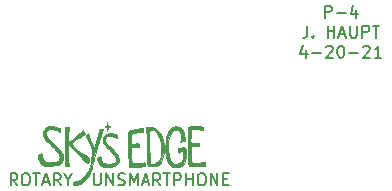
<source format=gbr>
G04 #@! TF.GenerationSoftware,KiCad,Pcbnew,5.1.6+dfsg1-1~bpo10+1*
G04 #@! TF.CreationDate,2021-04-20T21:14:46-04:00*
G04 #@! TF.ProjectId,RUSP_Faceplate,52555350-5f46-4616-9365-706c6174652e,rev?*
G04 #@! TF.SameCoordinates,Original*
G04 #@! TF.FileFunction,Legend,Top*
G04 #@! TF.FilePolarity,Positive*
%FSLAX46Y46*%
G04 Gerber Fmt 4.6, Leading zero omitted, Abs format (unit mm)*
G04 Created by KiCad (PCBNEW 5.1.6+dfsg1-1~bpo10+1) date 2021-04-20 21:14:46*
%MOMM*%
%LPD*%
G01*
G04 APERTURE LIST*
%ADD10C,0.200000*%
%ADD11C,0.010000*%
G04 APERTURE END LIST*
D10*
X133899142Y-105132380D02*
X133565809Y-104656190D01*
X133327714Y-105132380D02*
X133327714Y-104132380D01*
X133708666Y-104132380D01*
X133803904Y-104180000D01*
X133851523Y-104227619D01*
X133899142Y-104322857D01*
X133899142Y-104465714D01*
X133851523Y-104560952D01*
X133803904Y-104608571D01*
X133708666Y-104656190D01*
X133327714Y-104656190D01*
X134518190Y-104132380D02*
X134708666Y-104132380D01*
X134803904Y-104180000D01*
X134899142Y-104275238D01*
X134946761Y-104465714D01*
X134946761Y-104799047D01*
X134899142Y-104989523D01*
X134803904Y-105084761D01*
X134708666Y-105132380D01*
X134518190Y-105132380D01*
X134422952Y-105084761D01*
X134327714Y-104989523D01*
X134280095Y-104799047D01*
X134280095Y-104465714D01*
X134327714Y-104275238D01*
X134422952Y-104180000D01*
X134518190Y-104132380D01*
X135232476Y-104132380D02*
X135803904Y-104132380D01*
X135518190Y-105132380D02*
X135518190Y-104132380D01*
X136089619Y-104846666D02*
X136565809Y-104846666D01*
X135994380Y-105132380D02*
X136327714Y-104132380D01*
X136661047Y-105132380D01*
X137565809Y-105132380D02*
X137232476Y-104656190D01*
X136994380Y-105132380D02*
X136994380Y-104132380D01*
X137375333Y-104132380D01*
X137470571Y-104180000D01*
X137518190Y-104227619D01*
X137565809Y-104322857D01*
X137565809Y-104465714D01*
X137518190Y-104560952D01*
X137470571Y-104608571D01*
X137375333Y-104656190D01*
X136994380Y-104656190D01*
X138184857Y-104656190D02*
X138184857Y-105132380D01*
X137851523Y-104132380D02*
X138184857Y-104656190D01*
X138518190Y-104132380D01*
X140375333Y-104132380D02*
X140375333Y-104941904D01*
X140422952Y-105037142D01*
X140470571Y-105084761D01*
X140565809Y-105132380D01*
X140756285Y-105132380D01*
X140851523Y-105084761D01*
X140899142Y-105037142D01*
X140946761Y-104941904D01*
X140946761Y-104132380D01*
X141422952Y-105132380D02*
X141422952Y-104132380D01*
X141994380Y-105132380D01*
X141994380Y-104132380D01*
X142422952Y-105084761D02*
X142565809Y-105132380D01*
X142803904Y-105132380D01*
X142899142Y-105084761D01*
X142946761Y-105037142D01*
X142994380Y-104941904D01*
X142994380Y-104846666D01*
X142946761Y-104751428D01*
X142899142Y-104703809D01*
X142803904Y-104656190D01*
X142613428Y-104608571D01*
X142518190Y-104560952D01*
X142470571Y-104513333D01*
X142422952Y-104418095D01*
X142422952Y-104322857D01*
X142470571Y-104227619D01*
X142518190Y-104180000D01*
X142613428Y-104132380D01*
X142851523Y-104132380D01*
X142994380Y-104180000D01*
X143422952Y-105132380D02*
X143422952Y-104132380D01*
X143756285Y-104846666D01*
X144089619Y-104132380D01*
X144089619Y-105132380D01*
X144518190Y-104846666D02*
X144994380Y-104846666D01*
X144422952Y-105132380D02*
X144756285Y-104132380D01*
X145089619Y-105132380D01*
X145994380Y-105132380D02*
X145661047Y-104656190D01*
X145422952Y-105132380D02*
X145422952Y-104132380D01*
X145803904Y-104132380D01*
X145899142Y-104180000D01*
X145946761Y-104227619D01*
X145994380Y-104322857D01*
X145994380Y-104465714D01*
X145946761Y-104560952D01*
X145899142Y-104608571D01*
X145803904Y-104656190D01*
X145422952Y-104656190D01*
X146280095Y-104132380D02*
X146851523Y-104132380D01*
X146565809Y-105132380D02*
X146565809Y-104132380D01*
X147184857Y-105132380D02*
X147184857Y-104132380D01*
X147565809Y-104132380D01*
X147661047Y-104180000D01*
X147708666Y-104227619D01*
X147756285Y-104322857D01*
X147756285Y-104465714D01*
X147708666Y-104560952D01*
X147661047Y-104608571D01*
X147565809Y-104656190D01*
X147184857Y-104656190D01*
X148184857Y-105132380D02*
X148184857Y-104132380D01*
X148184857Y-104608571D02*
X148756285Y-104608571D01*
X148756285Y-105132380D02*
X148756285Y-104132380D01*
X149422952Y-104132380D02*
X149613428Y-104132380D01*
X149708666Y-104180000D01*
X149803904Y-104275238D01*
X149851523Y-104465714D01*
X149851523Y-104799047D01*
X149803904Y-104989523D01*
X149708666Y-105084761D01*
X149613428Y-105132380D01*
X149422952Y-105132380D01*
X149327714Y-105084761D01*
X149232476Y-104989523D01*
X149184857Y-104799047D01*
X149184857Y-104465714D01*
X149232476Y-104275238D01*
X149327714Y-104180000D01*
X149422952Y-104132380D01*
X150280095Y-105132380D02*
X150280095Y-104132380D01*
X150851523Y-105132380D01*
X150851523Y-104132380D01*
X151327714Y-104608571D02*
X151661047Y-104608571D01*
X151803904Y-105132380D02*
X151327714Y-105132380D01*
X151327714Y-104132380D01*
X151803904Y-104132380D01*
X159934857Y-90932380D02*
X159934857Y-89932380D01*
X160315809Y-89932380D01*
X160411047Y-89980000D01*
X160458666Y-90027619D01*
X160506285Y-90122857D01*
X160506285Y-90265714D01*
X160458666Y-90360952D01*
X160411047Y-90408571D01*
X160315809Y-90456190D01*
X159934857Y-90456190D01*
X160934857Y-90551428D02*
X161696761Y-90551428D01*
X162601523Y-90265714D02*
X162601523Y-90932380D01*
X162363428Y-89884761D02*
X162125333Y-90599047D01*
X162744380Y-90599047D01*
X158458666Y-91632380D02*
X158458666Y-92346666D01*
X158411047Y-92489523D01*
X158315809Y-92584761D01*
X158172952Y-92632380D01*
X158077714Y-92632380D01*
X158934857Y-92537142D02*
X158982476Y-92584761D01*
X158934857Y-92632380D01*
X158887238Y-92584761D01*
X158934857Y-92537142D01*
X158934857Y-92632380D01*
X160172952Y-92632380D02*
X160172952Y-91632380D01*
X160172952Y-92108571D02*
X160744380Y-92108571D01*
X160744380Y-92632380D02*
X160744380Y-91632380D01*
X161172952Y-92346666D02*
X161649142Y-92346666D01*
X161077714Y-92632380D02*
X161411047Y-91632380D01*
X161744380Y-92632380D01*
X162077714Y-91632380D02*
X162077714Y-92441904D01*
X162125333Y-92537142D01*
X162172952Y-92584761D01*
X162268190Y-92632380D01*
X162458666Y-92632380D01*
X162553904Y-92584761D01*
X162601523Y-92537142D01*
X162649142Y-92441904D01*
X162649142Y-91632380D01*
X163125333Y-92632380D02*
X163125333Y-91632380D01*
X163506285Y-91632380D01*
X163601523Y-91680000D01*
X163649142Y-91727619D01*
X163696761Y-91822857D01*
X163696761Y-91965714D01*
X163649142Y-92060952D01*
X163601523Y-92108571D01*
X163506285Y-92156190D01*
X163125333Y-92156190D01*
X163982476Y-91632380D02*
X164553904Y-91632380D01*
X164268190Y-92632380D02*
X164268190Y-91632380D01*
X158339619Y-93665714D02*
X158339619Y-94332380D01*
X158101523Y-93284761D02*
X157863428Y-93999047D01*
X158482476Y-93999047D01*
X158863428Y-93951428D02*
X159625333Y-93951428D01*
X160053904Y-93427619D02*
X160101523Y-93380000D01*
X160196761Y-93332380D01*
X160434857Y-93332380D01*
X160530095Y-93380000D01*
X160577714Y-93427619D01*
X160625333Y-93522857D01*
X160625333Y-93618095D01*
X160577714Y-93760952D01*
X160006285Y-94332380D01*
X160625333Y-94332380D01*
X161244380Y-93332380D02*
X161339619Y-93332380D01*
X161434857Y-93380000D01*
X161482476Y-93427619D01*
X161530095Y-93522857D01*
X161577714Y-93713333D01*
X161577714Y-93951428D01*
X161530095Y-94141904D01*
X161482476Y-94237142D01*
X161434857Y-94284761D01*
X161339619Y-94332380D01*
X161244380Y-94332380D01*
X161149142Y-94284761D01*
X161101523Y-94237142D01*
X161053904Y-94141904D01*
X161006285Y-93951428D01*
X161006285Y-93713333D01*
X161053904Y-93522857D01*
X161101523Y-93427619D01*
X161149142Y-93380000D01*
X161244380Y-93332380D01*
X162006285Y-93951428D02*
X162768190Y-93951428D01*
X163196761Y-93427619D02*
X163244380Y-93380000D01*
X163339619Y-93332380D01*
X163577714Y-93332380D01*
X163672952Y-93380000D01*
X163720571Y-93427619D01*
X163768190Y-93522857D01*
X163768190Y-93618095D01*
X163720571Y-93760952D01*
X163149142Y-94332380D01*
X163768190Y-94332380D01*
X164720571Y-94332380D02*
X164149142Y-94332380D01*
X164434857Y-94332380D02*
X164434857Y-93332380D01*
X164339619Y-93475238D01*
X164244380Y-93570476D01*
X164149142Y-93618095D01*
D11*
G04 #@! TO.C,G\u002A\u002A\u002A*
G36*
X141527052Y-99924995D02*
G01*
X141547165Y-100033484D01*
X141576885Y-100097338D01*
X141623990Y-100127110D01*
X141680750Y-100133490D01*
X141733108Y-100142938D01*
X141739211Y-100163341D01*
X141703753Y-100184365D01*
X141653141Y-100194284D01*
X141602534Y-100202018D01*
X141573873Y-100222040D01*
X141558343Y-100268242D01*
X141547128Y-100354516D01*
X141546241Y-100362752D01*
X141532941Y-100458123D01*
X141518475Y-100520236D01*
X141505503Y-100543424D01*
X141496682Y-100522020D01*
X141494391Y-100473270D01*
X141486487Y-100341915D01*
X141460748Y-100256468D01*
X141414138Y-100209641D01*
X141379643Y-100197931D01*
X141314360Y-100177661D01*
X141285404Y-100154888D01*
X141298543Y-100137758D01*
X141334012Y-100133490D01*
X141398350Y-100125245D01*
X141439519Y-100094217D01*
X141465463Y-100029400D01*
X141483199Y-99926848D01*
X141505220Y-99761196D01*
X141527052Y-99924995D01*
G37*
X141527052Y-99924995D02*
X141547165Y-100033484D01*
X141576885Y-100097338D01*
X141623990Y-100127110D01*
X141680750Y-100133490D01*
X141733108Y-100142938D01*
X141739211Y-100163341D01*
X141703753Y-100184365D01*
X141653141Y-100194284D01*
X141602534Y-100202018D01*
X141573873Y-100222040D01*
X141558343Y-100268242D01*
X141547128Y-100354516D01*
X141546241Y-100362752D01*
X141532941Y-100458123D01*
X141518475Y-100520236D01*
X141505503Y-100543424D01*
X141496682Y-100522020D01*
X141494391Y-100473270D01*
X141486487Y-100341915D01*
X141460748Y-100256468D01*
X141414138Y-100209641D01*
X141379643Y-100197931D01*
X141314360Y-100177661D01*
X141285404Y-100154888D01*
X141298543Y-100137758D01*
X141334012Y-100133490D01*
X141398350Y-100125245D01*
X141439519Y-100094217D01*
X141465463Y-100029400D01*
X141483199Y-99926848D01*
X141505220Y-99761196D01*
X141527052Y-99924995D01*
G36*
X136865295Y-100114675D02*
G01*
X136971766Y-100136966D01*
X137096563Y-100168949D01*
X137225138Y-100206392D01*
X137342948Y-100245067D01*
X137435445Y-100280744D01*
X137487365Y-100308599D01*
X137510438Y-100350900D01*
X137513210Y-100430280D01*
X137508929Y-100474946D01*
X137497236Y-100555916D01*
X137485348Y-100611030D01*
X137479996Y-100623598D01*
X137452261Y-100616788D01*
X137398181Y-100584301D01*
X137375606Y-100568122D01*
X137242832Y-100490447D01*
X137085504Y-100431639D01*
X136918355Y-100394209D01*
X136756116Y-100380669D01*
X136613519Y-100393530D01*
X136525892Y-100423253D01*
X136415175Y-100508813D01*
X136342777Y-100624126D01*
X136313580Y-100756096D01*
X136332467Y-100891630D01*
X136341882Y-100916672D01*
X136402453Y-101019304D01*
X136508906Y-101148436D01*
X136659662Y-101302346D01*
X136853146Y-101479308D01*
X136869934Y-101493984D01*
X137100657Y-101699605D01*
X137289533Y-101879205D01*
X137440235Y-102038022D01*
X137556432Y-102181298D01*
X137641795Y-102314270D01*
X137699995Y-102442177D01*
X137734703Y-102570260D01*
X137749589Y-102703757D01*
X137750787Y-102751247D01*
X137736177Y-102943808D01*
X137687754Y-103103736D01*
X137602736Y-103233049D01*
X137478337Y-103333761D01*
X137311774Y-103407890D01*
X137100263Y-103457451D01*
X136841021Y-103484460D01*
X136731891Y-103489158D01*
X136587171Y-103491548D01*
X136453944Y-103490379D01*
X136346462Y-103485993D01*
X136278975Y-103478735D01*
X136276347Y-103478180D01*
X136087297Y-103408945D01*
X135924315Y-103293998D01*
X135791590Y-103138323D01*
X135693308Y-102946907D01*
X135633658Y-102724733D01*
X135631386Y-102710452D01*
X135613735Y-102595142D01*
X135762043Y-102510288D01*
X135845176Y-102465436D01*
X135911244Y-102434681D01*
X135941502Y-102425435D01*
X135960941Y-102451327D01*
X135971544Y-102522998D01*
X135972921Y-102570381D01*
X135997855Y-102755418D01*
X136068936Y-102914770D01*
X136181677Y-103042713D01*
X136331592Y-103133522D01*
X136442000Y-103168839D01*
X136620503Y-103193439D01*
X136815721Y-103193703D01*
X137010315Y-103171603D01*
X137186941Y-103129112D01*
X137328258Y-103068205D01*
X137328696Y-103067947D01*
X137419679Y-102984152D01*
X137471732Y-102868385D01*
X137483478Y-102729156D01*
X137453537Y-102574976D01*
X137421779Y-102493348D01*
X137384032Y-102435867D01*
X137309037Y-102344840D01*
X137200226Y-102224059D01*
X137061032Y-102077316D01*
X136894886Y-101908401D01*
X136867459Y-101880995D01*
X136661851Y-101673307D01*
X136494152Y-101497047D01*
X136360823Y-101347159D01*
X136258326Y-101218588D01*
X136183122Y-101106277D01*
X136131673Y-101005170D01*
X136100440Y-100910213D01*
X136085885Y-100816348D01*
X136083693Y-100761124D01*
X136099999Y-100610806D01*
X136154824Y-100478050D01*
X136254773Y-100348219D01*
X136283215Y-100318854D01*
X136438542Y-100200789D01*
X136618108Y-100128345D01*
X136791696Y-100106305D01*
X136865295Y-100114675D01*
G37*
X136865295Y-100114675D02*
X136971766Y-100136966D01*
X137096563Y-100168949D01*
X137225138Y-100206392D01*
X137342948Y-100245067D01*
X137435445Y-100280744D01*
X137487365Y-100308599D01*
X137510438Y-100350900D01*
X137513210Y-100430280D01*
X137508929Y-100474946D01*
X137497236Y-100555916D01*
X137485348Y-100611030D01*
X137479996Y-100623598D01*
X137452261Y-100616788D01*
X137398181Y-100584301D01*
X137375606Y-100568122D01*
X137242832Y-100490447D01*
X137085504Y-100431639D01*
X136918355Y-100394209D01*
X136756116Y-100380669D01*
X136613519Y-100393530D01*
X136525892Y-100423253D01*
X136415175Y-100508813D01*
X136342777Y-100624126D01*
X136313580Y-100756096D01*
X136332467Y-100891630D01*
X136341882Y-100916672D01*
X136402453Y-101019304D01*
X136508906Y-101148436D01*
X136659662Y-101302346D01*
X136853146Y-101479308D01*
X136869934Y-101493984D01*
X137100657Y-101699605D01*
X137289533Y-101879205D01*
X137440235Y-102038022D01*
X137556432Y-102181298D01*
X137641795Y-102314270D01*
X137699995Y-102442177D01*
X137734703Y-102570260D01*
X137749589Y-102703757D01*
X137750787Y-102751247D01*
X137736177Y-102943808D01*
X137687754Y-103103736D01*
X137602736Y-103233049D01*
X137478337Y-103333761D01*
X137311774Y-103407890D01*
X137100263Y-103457451D01*
X136841021Y-103484460D01*
X136731891Y-103489158D01*
X136587171Y-103491548D01*
X136453944Y-103490379D01*
X136346462Y-103485993D01*
X136278975Y-103478735D01*
X136276347Y-103478180D01*
X136087297Y-103408945D01*
X135924315Y-103293998D01*
X135791590Y-103138323D01*
X135693308Y-102946907D01*
X135633658Y-102724733D01*
X135631386Y-102710452D01*
X135613735Y-102595142D01*
X135762043Y-102510288D01*
X135845176Y-102465436D01*
X135911244Y-102434681D01*
X135941502Y-102425435D01*
X135960941Y-102451327D01*
X135971544Y-102522998D01*
X135972921Y-102570381D01*
X135997855Y-102755418D01*
X136068936Y-102914770D01*
X136181677Y-103042713D01*
X136331592Y-103133522D01*
X136442000Y-103168839D01*
X136620503Y-103193439D01*
X136815721Y-103193703D01*
X137010315Y-103171603D01*
X137186941Y-103129112D01*
X137328258Y-103068205D01*
X137328696Y-103067947D01*
X137419679Y-102984152D01*
X137471732Y-102868385D01*
X137483478Y-102729156D01*
X137453537Y-102574976D01*
X137421779Y-102493348D01*
X137384032Y-102435867D01*
X137309037Y-102344840D01*
X137200226Y-102224059D01*
X137061032Y-102077316D01*
X136894886Y-101908401D01*
X136867459Y-101880995D01*
X136661851Y-101673307D01*
X136494152Y-101497047D01*
X136360823Y-101347159D01*
X136258326Y-101218588D01*
X136183122Y-101106277D01*
X136131673Y-101005170D01*
X136100440Y-100910213D01*
X136085885Y-100816348D01*
X136083693Y-100761124D01*
X136099999Y-100610806D01*
X136154824Y-100478050D01*
X136254773Y-100348219D01*
X136283215Y-100318854D01*
X136438542Y-100200789D01*
X136618108Y-100128345D01*
X136791696Y-100106305D01*
X136865295Y-100114675D01*
G36*
X149204350Y-100150538D02*
G01*
X149287885Y-100153797D01*
X149606306Y-100169479D01*
X149615902Y-100270098D01*
X149620422Y-100377414D01*
X149604070Y-100440217D01*
X149559516Y-100463353D01*
X149479425Y-100451667D01*
X149387047Y-100421306D01*
X149301263Y-100399880D01*
X149186347Y-100384203D01*
X149056335Y-100374622D01*
X148925263Y-100371485D01*
X148807168Y-100375136D01*
X148716086Y-100385923D01*
X148666830Y-100403526D01*
X148640297Y-100452064D01*
X148615836Y-100546661D01*
X148594624Y-100678165D01*
X148577837Y-100837426D01*
X148566651Y-101015292D01*
X148562242Y-101202612D01*
X148562217Y-101217452D01*
X148562299Y-101352889D01*
X148567227Y-101453305D01*
X148584028Y-101522917D01*
X148619726Y-101565943D01*
X148681346Y-101586599D01*
X148775914Y-101589103D01*
X148910455Y-101577672D01*
X149091994Y-101556523D01*
X149121293Y-101553058D01*
X149280043Y-101534354D01*
X149280043Y-101659014D01*
X149272231Y-101743348D01*
X149252330Y-101803069D01*
X149243336Y-101814138D01*
X149198489Y-101828066D01*
X149108094Y-101837953D01*
X148981728Y-101842961D01*
X148909179Y-101843378D01*
X148786200Y-101844474D01*
X148684472Y-101848391D01*
X148616175Y-101854473D01*
X148593875Y-101860365D01*
X148586065Y-101895916D01*
X148581488Y-101976402D01*
X148579917Y-102091648D01*
X148581124Y-102231481D01*
X148584883Y-102385726D01*
X148590965Y-102544210D01*
X148599144Y-102696757D01*
X148609193Y-102833195D01*
X148617455Y-102915726D01*
X148638324Y-103063480D01*
X148661162Y-103160989D01*
X148687216Y-103213219D01*
X148693579Y-103219185D01*
X148748091Y-103237807D01*
X148845499Y-103248810D01*
X148974004Y-103252151D01*
X149121807Y-103247790D01*
X149277109Y-103235684D01*
X149390478Y-103221635D01*
X149504050Y-103206155D01*
X149606931Y-103194147D01*
X149677789Y-103188089D01*
X149680369Y-103187977D01*
X149763195Y-103184674D01*
X149763195Y-103515978D01*
X149095614Y-103523367D01*
X148907722Y-103524464D01*
X148739414Y-103523563D01*
X148598305Y-103520857D01*
X148492011Y-103516535D01*
X148428146Y-103510791D01*
X148412848Y-103506185D01*
X148406918Y-103470272D01*
X148400794Y-103385544D01*
X148394599Y-103258402D01*
X148388454Y-103095247D01*
X148382484Y-102902480D01*
X148376810Y-102686503D01*
X148371555Y-102453717D01*
X148366843Y-102210523D01*
X148362794Y-101963322D01*
X148359533Y-101718515D01*
X148357182Y-101482504D01*
X148355864Y-101261690D01*
X148355701Y-101062473D01*
X148356815Y-100891256D01*
X148359331Y-100754440D01*
X148359804Y-100738313D01*
X148377493Y-100169344D01*
X148673478Y-100153729D01*
X148834826Y-100148496D01*
X149021645Y-100147433D01*
X149204350Y-100150538D01*
G37*
X149204350Y-100150538D02*
X149287885Y-100153797D01*
X149606306Y-100169479D01*
X149615902Y-100270098D01*
X149620422Y-100377414D01*
X149604070Y-100440217D01*
X149559516Y-100463353D01*
X149479425Y-100451667D01*
X149387047Y-100421306D01*
X149301263Y-100399880D01*
X149186347Y-100384203D01*
X149056335Y-100374622D01*
X148925263Y-100371485D01*
X148807168Y-100375136D01*
X148716086Y-100385923D01*
X148666830Y-100403526D01*
X148640297Y-100452064D01*
X148615836Y-100546661D01*
X148594624Y-100678165D01*
X148577837Y-100837426D01*
X148566651Y-101015292D01*
X148562242Y-101202612D01*
X148562217Y-101217452D01*
X148562299Y-101352889D01*
X148567227Y-101453305D01*
X148584028Y-101522917D01*
X148619726Y-101565943D01*
X148681346Y-101586599D01*
X148775914Y-101589103D01*
X148910455Y-101577672D01*
X149091994Y-101556523D01*
X149121293Y-101553058D01*
X149280043Y-101534354D01*
X149280043Y-101659014D01*
X149272231Y-101743348D01*
X149252330Y-101803069D01*
X149243336Y-101814138D01*
X149198489Y-101828066D01*
X149108094Y-101837953D01*
X148981728Y-101842961D01*
X148909179Y-101843378D01*
X148786200Y-101844474D01*
X148684472Y-101848391D01*
X148616175Y-101854473D01*
X148593875Y-101860365D01*
X148586065Y-101895916D01*
X148581488Y-101976402D01*
X148579917Y-102091648D01*
X148581124Y-102231481D01*
X148584883Y-102385726D01*
X148590965Y-102544210D01*
X148599144Y-102696757D01*
X148609193Y-102833195D01*
X148617455Y-102915726D01*
X148638324Y-103063480D01*
X148661162Y-103160989D01*
X148687216Y-103213219D01*
X148693579Y-103219185D01*
X148748091Y-103237807D01*
X148845499Y-103248810D01*
X148974004Y-103252151D01*
X149121807Y-103247790D01*
X149277109Y-103235684D01*
X149390478Y-103221635D01*
X149504050Y-103206155D01*
X149606931Y-103194147D01*
X149677789Y-103188089D01*
X149680369Y-103187977D01*
X149763195Y-103184674D01*
X149763195Y-103515978D01*
X149095614Y-103523367D01*
X148907722Y-103524464D01*
X148739414Y-103523563D01*
X148598305Y-103520857D01*
X148492011Y-103516535D01*
X148428146Y-103510791D01*
X148412848Y-103506185D01*
X148406918Y-103470272D01*
X148400794Y-103385544D01*
X148394599Y-103258402D01*
X148388454Y-103095247D01*
X148382484Y-102902480D01*
X148376810Y-102686503D01*
X148371555Y-102453717D01*
X148366843Y-102210523D01*
X148362794Y-101963322D01*
X148359533Y-101718515D01*
X148357182Y-101482504D01*
X148355864Y-101261690D01*
X148355701Y-101062473D01*
X148356815Y-100891256D01*
X148359331Y-100754440D01*
X148359804Y-100738313D01*
X148377493Y-100169344D01*
X148673478Y-100153729D01*
X148834826Y-100148496D01*
X149021645Y-100147433D01*
X149204350Y-100150538D01*
G36*
X145131837Y-100221476D02*
G01*
X145278590Y-100229021D01*
X145386728Y-100241135D01*
X145472832Y-100260850D01*
X145553481Y-100291195D01*
X145580478Y-100303474D01*
X145770764Y-100422854D01*
X145932546Y-100588780D01*
X146065418Y-100800263D01*
X146168973Y-101056313D01*
X146242804Y-101355943D01*
X146286506Y-101698163D01*
X146299752Y-102052718D01*
X146287573Y-102397335D01*
X146250682Y-102693515D01*
X146188570Y-102942451D01*
X146100729Y-103145338D01*
X145986650Y-103303369D01*
X145845824Y-103417737D01*
X145688524Y-103486522D01*
X145599639Y-103505415D01*
X145485005Y-103519250D01*
X145356714Y-103527886D01*
X145226853Y-103531183D01*
X145107515Y-103529002D01*
X145010789Y-103521203D01*
X144948764Y-103507645D01*
X144932642Y-103495272D01*
X144930215Y-103463408D01*
X144926444Y-103382363D01*
X144921517Y-103258148D01*
X144915618Y-103096778D01*
X144908932Y-102904268D01*
X144901646Y-102686630D01*
X144893944Y-102449878D01*
X144886012Y-102200026D01*
X144878036Y-101943089D01*
X144870200Y-101685079D01*
X144862691Y-101432011D01*
X144855693Y-101189898D01*
X144854436Y-101144971D01*
X145084208Y-101144971D01*
X145084235Y-101385302D01*
X145084327Y-101508417D01*
X145086034Y-101887588D01*
X145090460Y-102225313D01*
X145097510Y-102519610D01*
X145107091Y-102768501D01*
X145119109Y-102970005D01*
X145133471Y-103122142D01*
X145150083Y-103222933D01*
X145167573Y-103268977D01*
X145215204Y-103298291D01*
X145285740Y-103316703D01*
X145355637Y-103325733D01*
X145400925Y-103332066D01*
X145401021Y-103332082D01*
X145438467Y-103323124D01*
X145509498Y-103295413D01*
X145594282Y-103257030D01*
X145759127Y-103159006D01*
X145886302Y-103036405D01*
X145988667Y-102875987D01*
X146013124Y-102825761D01*
X146042939Y-102757774D01*
X146064260Y-102695553D01*
X146078839Y-102627290D01*
X146088429Y-102541176D01*
X146094782Y-102425403D01*
X146099651Y-102268164D01*
X146100430Y-102237549D01*
X146096230Y-101900001D01*
X146067126Y-101588722D01*
X146014625Y-101307242D01*
X145940233Y-101059094D01*
X145845455Y-100847807D01*
X145731798Y-100676914D01*
X145600767Y-100549944D01*
X145453869Y-100470429D01*
X145335526Y-100444187D01*
X145242493Y-100442879D01*
X145164558Y-100454715D01*
X145142764Y-100463063D01*
X145127392Y-100472303D01*
X145114943Y-100485511D01*
X145105116Y-100508116D01*
X145097607Y-100545544D01*
X145092112Y-100603222D01*
X145088328Y-100686576D01*
X145085952Y-100801035D01*
X145084680Y-100952024D01*
X145084208Y-101144971D01*
X144854436Y-101144971D01*
X144849393Y-100964754D01*
X144843975Y-100762592D01*
X144839625Y-100589428D01*
X144836529Y-100451274D01*
X144834872Y-100354144D01*
X144834648Y-100317218D01*
X144835043Y-100210631D01*
X145131837Y-100221476D01*
G37*
X145131837Y-100221476D02*
X145278590Y-100229021D01*
X145386728Y-100241135D01*
X145472832Y-100260850D01*
X145553481Y-100291195D01*
X145580478Y-100303474D01*
X145770764Y-100422854D01*
X145932546Y-100588780D01*
X146065418Y-100800263D01*
X146168973Y-101056313D01*
X146242804Y-101355943D01*
X146286506Y-101698163D01*
X146299752Y-102052718D01*
X146287573Y-102397335D01*
X146250682Y-102693515D01*
X146188570Y-102942451D01*
X146100729Y-103145338D01*
X145986650Y-103303369D01*
X145845824Y-103417737D01*
X145688524Y-103486522D01*
X145599639Y-103505415D01*
X145485005Y-103519250D01*
X145356714Y-103527886D01*
X145226853Y-103531183D01*
X145107515Y-103529002D01*
X145010789Y-103521203D01*
X144948764Y-103507645D01*
X144932642Y-103495272D01*
X144930215Y-103463408D01*
X144926444Y-103382363D01*
X144921517Y-103258148D01*
X144915618Y-103096778D01*
X144908932Y-102904268D01*
X144901646Y-102686630D01*
X144893944Y-102449878D01*
X144886012Y-102200026D01*
X144878036Y-101943089D01*
X144870200Y-101685079D01*
X144862691Y-101432011D01*
X144855693Y-101189898D01*
X144854436Y-101144971D01*
X145084208Y-101144971D01*
X145084235Y-101385302D01*
X145084327Y-101508417D01*
X145086034Y-101887588D01*
X145090460Y-102225313D01*
X145097510Y-102519610D01*
X145107091Y-102768501D01*
X145119109Y-102970005D01*
X145133471Y-103122142D01*
X145150083Y-103222933D01*
X145167573Y-103268977D01*
X145215204Y-103298291D01*
X145285740Y-103316703D01*
X145355637Y-103325733D01*
X145400925Y-103332066D01*
X145401021Y-103332082D01*
X145438467Y-103323124D01*
X145509498Y-103295413D01*
X145594282Y-103257030D01*
X145759127Y-103159006D01*
X145886302Y-103036405D01*
X145988667Y-102875987D01*
X146013124Y-102825761D01*
X146042939Y-102757774D01*
X146064260Y-102695553D01*
X146078839Y-102627290D01*
X146088429Y-102541176D01*
X146094782Y-102425403D01*
X146099651Y-102268164D01*
X146100430Y-102237549D01*
X146096230Y-101900001D01*
X146067126Y-101588722D01*
X146014625Y-101307242D01*
X145940233Y-101059094D01*
X145845455Y-100847807D01*
X145731798Y-100676914D01*
X145600767Y-100549944D01*
X145453869Y-100470429D01*
X145335526Y-100444187D01*
X145242493Y-100442879D01*
X145164558Y-100454715D01*
X145142764Y-100463063D01*
X145127392Y-100472303D01*
X145114943Y-100485511D01*
X145105116Y-100508116D01*
X145097607Y-100545544D01*
X145092112Y-100603222D01*
X145088328Y-100686576D01*
X145085952Y-100801035D01*
X145084680Y-100952024D01*
X145084208Y-101144971D01*
X144854436Y-101144971D01*
X144849393Y-100964754D01*
X144843975Y-100762592D01*
X144839625Y-100589428D01*
X144836529Y-100451274D01*
X144834872Y-100354144D01*
X144834648Y-100317218D01*
X144835043Y-100210631D01*
X145131837Y-100221476D01*
G36*
X138280086Y-100236128D02*
G01*
X138239649Y-100441856D01*
X138206412Y-100647336D01*
X138181158Y-100843824D01*
X138164669Y-101022573D01*
X138157730Y-101174839D01*
X138161123Y-101291876D01*
X138175632Y-101364938D01*
X138178475Y-101370938D01*
X138211197Y-101413551D01*
X138254601Y-101431661D01*
X138313396Y-101422947D01*
X138392290Y-101385090D01*
X138495990Y-101315772D01*
X138629204Y-101212672D01*
X138796641Y-101073473D01*
X138816347Y-101056711D01*
X138937197Y-100950732D01*
X139065698Y-100833153D01*
X139181772Y-100722530D01*
X139229680Y-100674803D01*
X139310280Y-100595091D01*
X139377394Y-100533123D01*
X139421199Y-100497761D01*
X139431363Y-100492826D01*
X139453659Y-100516075D01*
X139488769Y-100576629D01*
X139523877Y-100649958D01*
X139593368Y-100807089D01*
X139529260Y-100856436D01*
X139485413Y-100886482D01*
X139403271Y-100939427D01*
X139291802Y-101009619D01*
X139159974Y-101091405D01*
X139035379Y-101167785D01*
X138894071Y-101255282D01*
X138766503Y-101336803D01*
X138661355Y-101406602D01*
X138587307Y-101458931D01*
X138554748Y-101485984D01*
X138528973Y-101522675D01*
X138522385Y-101562604D01*
X138538592Y-101613813D01*
X138581202Y-101684345D01*
X138653824Y-101782241D01*
X138731670Y-101880341D01*
X138996159Y-102169357D01*
X139288852Y-102412264D01*
X139615067Y-102613202D01*
X139770340Y-102689272D01*
X139883437Y-102744936D01*
X139955201Y-102796639D01*
X139990313Y-102856449D01*
X139993451Y-102936432D01*
X139969294Y-103048657D01*
X139943683Y-103136359D01*
X139917202Y-103198274D01*
X139875182Y-103222591D01*
X139821532Y-103226087D01*
X139768420Y-103220306D01*
X139718752Y-103197441D01*
X139660379Y-103149210D01*
X139581155Y-103067331D01*
X139568462Y-103053533D01*
X139488313Y-102967069D01*
X139382800Y-102854606D01*
X139264882Y-102729893D01*
X139147521Y-102606682D01*
X139132593Y-102591087D01*
X139009671Y-102461099D01*
X138878506Y-102319639D01*
X138754545Y-102183521D01*
X138653238Y-102069559D01*
X138650592Y-102066522D01*
X138538828Y-101939728D01*
X138455151Y-101849627D01*
X138392647Y-101790205D01*
X138344403Y-101755447D01*
X138303504Y-101739341D01*
X138270392Y-101735831D01*
X138229608Y-101742867D01*
X138199021Y-101768915D01*
X138177635Y-101820035D01*
X138164452Y-101902287D01*
X138158476Y-102021731D01*
X138158710Y-102184424D01*
X138163760Y-102384022D01*
X138178125Y-102679265D01*
X138200930Y-102937562D01*
X138231407Y-103150455D01*
X138235220Y-103170870D01*
X138258190Y-103293388D01*
X138276639Y-103397250D01*
X138288333Y-103469539D01*
X138291328Y-103495272D01*
X138267402Y-103517717D01*
X138193147Y-103528542D01*
X138139068Y-103529783D01*
X138037611Y-103523479D01*
X137983103Y-103505307D01*
X137975714Y-103495272D01*
X137972741Y-103460240D01*
X137969124Y-103376238D01*
X137964988Y-103249506D01*
X137960455Y-103086286D01*
X137955648Y-102892819D01*
X137950692Y-102675346D01*
X137945708Y-102440108D01*
X137940821Y-102193347D01*
X137936154Y-101941304D01*
X137931830Y-101690219D01*
X137927973Y-101446336D01*
X137924705Y-101215893D01*
X137922151Y-101005134D01*
X137920433Y-100820299D01*
X137919674Y-100667629D01*
X137919661Y-100658478D01*
X137919065Y-100175326D01*
X138107907Y-100167106D01*
X138296748Y-100158886D01*
X138280086Y-100236128D01*
G37*
X138280086Y-100236128D02*
X138239649Y-100441856D01*
X138206412Y-100647336D01*
X138181158Y-100843824D01*
X138164669Y-101022573D01*
X138157730Y-101174839D01*
X138161123Y-101291876D01*
X138175632Y-101364938D01*
X138178475Y-101370938D01*
X138211197Y-101413551D01*
X138254601Y-101431661D01*
X138313396Y-101422947D01*
X138392290Y-101385090D01*
X138495990Y-101315772D01*
X138629204Y-101212672D01*
X138796641Y-101073473D01*
X138816347Y-101056711D01*
X138937197Y-100950732D01*
X139065698Y-100833153D01*
X139181772Y-100722530D01*
X139229680Y-100674803D01*
X139310280Y-100595091D01*
X139377394Y-100533123D01*
X139421199Y-100497761D01*
X139431363Y-100492826D01*
X139453659Y-100516075D01*
X139488769Y-100576629D01*
X139523877Y-100649958D01*
X139593368Y-100807089D01*
X139529260Y-100856436D01*
X139485413Y-100886482D01*
X139403271Y-100939427D01*
X139291802Y-101009619D01*
X139159974Y-101091405D01*
X139035379Y-101167785D01*
X138894071Y-101255282D01*
X138766503Y-101336803D01*
X138661355Y-101406602D01*
X138587307Y-101458931D01*
X138554748Y-101485984D01*
X138528973Y-101522675D01*
X138522385Y-101562604D01*
X138538592Y-101613813D01*
X138581202Y-101684345D01*
X138653824Y-101782241D01*
X138731670Y-101880341D01*
X138996159Y-102169357D01*
X139288852Y-102412264D01*
X139615067Y-102613202D01*
X139770340Y-102689272D01*
X139883437Y-102744936D01*
X139955201Y-102796639D01*
X139990313Y-102856449D01*
X139993451Y-102936432D01*
X139969294Y-103048657D01*
X139943683Y-103136359D01*
X139917202Y-103198274D01*
X139875182Y-103222591D01*
X139821532Y-103226087D01*
X139768420Y-103220306D01*
X139718752Y-103197441D01*
X139660379Y-103149210D01*
X139581155Y-103067331D01*
X139568462Y-103053533D01*
X139488313Y-102967069D01*
X139382800Y-102854606D01*
X139264882Y-102729893D01*
X139147521Y-102606682D01*
X139132593Y-102591087D01*
X139009671Y-102461099D01*
X138878506Y-102319639D01*
X138754545Y-102183521D01*
X138653238Y-102069559D01*
X138650592Y-102066522D01*
X138538828Y-101939728D01*
X138455151Y-101849627D01*
X138392647Y-101790205D01*
X138344403Y-101755447D01*
X138303504Y-101739341D01*
X138270392Y-101735831D01*
X138229608Y-101742867D01*
X138199021Y-101768915D01*
X138177635Y-101820035D01*
X138164452Y-101902287D01*
X138158476Y-102021731D01*
X138158710Y-102184424D01*
X138163760Y-102384022D01*
X138178125Y-102679265D01*
X138200930Y-102937562D01*
X138231407Y-103150455D01*
X138235220Y-103170870D01*
X138258190Y-103293388D01*
X138276639Y-103397250D01*
X138288333Y-103469539D01*
X138291328Y-103495272D01*
X138267402Y-103517717D01*
X138193147Y-103528542D01*
X138139068Y-103529783D01*
X138037611Y-103523479D01*
X137983103Y-103505307D01*
X137975714Y-103495272D01*
X137972741Y-103460240D01*
X137969124Y-103376238D01*
X137964988Y-103249506D01*
X137960455Y-103086286D01*
X137955648Y-102892819D01*
X137950692Y-102675346D01*
X137945708Y-102440108D01*
X137940821Y-102193347D01*
X137936154Y-101941304D01*
X137931830Y-101690219D01*
X137927973Y-101446336D01*
X137924705Y-101215893D01*
X137922151Y-101005134D01*
X137920433Y-100820299D01*
X137919674Y-100667629D01*
X137919661Y-100658478D01*
X137919065Y-100175326D01*
X138107907Y-100167106D01*
X138296748Y-100158886D01*
X138280086Y-100236128D01*
G36*
X144552139Y-100280365D02*
G01*
X144557015Y-100345623D01*
X144560731Y-100427379D01*
X144562363Y-100506276D01*
X144561516Y-100554946D01*
X144549763Y-100584056D01*
X144510071Y-100599158D01*
X144429828Y-100604509D01*
X144414010Y-100604729D01*
X144329079Y-100610220D01*
X144206674Y-100624049D01*
X144063540Y-100644094D01*
X143924240Y-100666848D01*
X143775576Y-100693605D01*
X143668028Y-100719446D01*
X143594705Y-100753231D01*
X143548712Y-100803822D01*
X143523155Y-100880080D01*
X143511141Y-100990865D01*
X143505775Y-101145039D01*
X143504296Y-101206639D01*
X143501709Y-101357829D01*
X143506843Y-101470181D01*
X143526447Y-101548173D01*
X143567271Y-101596281D01*
X143636065Y-101618982D01*
X143739579Y-101620752D01*
X143884564Y-101606069D01*
X144068357Y-101580746D01*
X144161827Y-101576488D01*
X144213078Y-101601121D01*
X144227373Y-101661219D01*
X144211069Y-101758974D01*
X144186239Y-101859457D01*
X143874650Y-101859457D01*
X143731245Y-101861024D01*
X143633899Y-101866465D01*
X143573521Y-101876884D01*
X143541022Y-101893390D01*
X143534511Y-101900870D01*
X143525263Y-101943075D01*
X143519925Y-102030056D01*
X143518208Y-102151531D01*
X143519823Y-102297217D01*
X143524480Y-102456832D01*
X143531889Y-102620096D01*
X143541762Y-102776725D01*
X143553808Y-102916438D01*
X143565925Y-103016868D01*
X143582075Y-103121909D01*
X143600844Y-103195727D01*
X143631182Y-103243329D01*
X143682039Y-103269726D01*
X143762365Y-103279927D01*
X143881111Y-103278940D01*
X144023294Y-103272851D01*
X144172473Y-103264066D01*
X144313868Y-103252110D01*
X144431885Y-103238527D01*
X144510928Y-103224863D01*
X144513077Y-103224332D01*
X144618833Y-103203246D01*
X144682606Y-103210104D01*
X144713552Y-103252023D01*
X144720829Y-103336125D01*
X144719094Y-103384503D01*
X144710804Y-103543587D01*
X144031723Y-103550962D01*
X143352643Y-103558338D01*
X143334867Y-103247107D01*
X143328653Y-103116487D01*
X143322629Y-102949125D01*
X143316889Y-102752040D01*
X143311526Y-102532251D01*
X143306634Y-102296777D01*
X143302309Y-102052638D01*
X143298643Y-101806851D01*
X143295730Y-101566438D01*
X143293666Y-101338416D01*
X143292542Y-101129804D01*
X143292455Y-100947623D01*
X143293497Y-100798890D01*
X143295763Y-100690626D01*
X143299346Y-100629849D01*
X143299775Y-100626692D01*
X143319131Y-100498274D01*
X143476598Y-100469250D01*
X143558132Y-100453325D01*
X143680206Y-100428349D01*
X143829426Y-100397115D01*
X143992400Y-100362413D01*
X144087020Y-100341999D01*
X144237125Y-100309940D01*
X144367062Y-100283125D01*
X144467842Y-100263334D01*
X144530477Y-100252346D01*
X144547025Y-100250962D01*
X144552139Y-100280365D01*
G37*
X144552139Y-100280365D02*
X144557015Y-100345623D01*
X144560731Y-100427379D01*
X144562363Y-100506276D01*
X144561516Y-100554946D01*
X144549763Y-100584056D01*
X144510071Y-100599158D01*
X144429828Y-100604509D01*
X144414010Y-100604729D01*
X144329079Y-100610220D01*
X144206674Y-100624049D01*
X144063540Y-100644094D01*
X143924240Y-100666848D01*
X143775576Y-100693605D01*
X143668028Y-100719446D01*
X143594705Y-100753231D01*
X143548712Y-100803822D01*
X143523155Y-100880080D01*
X143511141Y-100990865D01*
X143505775Y-101145039D01*
X143504296Y-101206639D01*
X143501709Y-101357829D01*
X143506843Y-101470181D01*
X143526447Y-101548173D01*
X143567271Y-101596281D01*
X143636065Y-101618982D01*
X143739579Y-101620752D01*
X143884564Y-101606069D01*
X144068357Y-101580746D01*
X144161827Y-101576488D01*
X144213078Y-101601121D01*
X144227373Y-101661219D01*
X144211069Y-101758974D01*
X144186239Y-101859457D01*
X143874650Y-101859457D01*
X143731245Y-101861024D01*
X143633899Y-101866465D01*
X143573521Y-101876884D01*
X143541022Y-101893390D01*
X143534511Y-101900870D01*
X143525263Y-101943075D01*
X143519925Y-102030056D01*
X143518208Y-102151531D01*
X143519823Y-102297217D01*
X143524480Y-102456832D01*
X143531889Y-102620096D01*
X143541762Y-102776725D01*
X143553808Y-102916438D01*
X143565925Y-103016868D01*
X143582075Y-103121909D01*
X143600844Y-103195727D01*
X143631182Y-103243329D01*
X143682039Y-103269726D01*
X143762365Y-103279927D01*
X143881111Y-103278940D01*
X144023294Y-103272851D01*
X144172473Y-103264066D01*
X144313868Y-103252110D01*
X144431885Y-103238527D01*
X144510928Y-103224863D01*
X144513077Y-103224332D01*
X144618833Y-103203246D01*
X144682606Y-103210104D01*
X144713552Y-103252023D01*
X144720829Y-103336125D01*
X144719094Y-103384503D01*
X144710804Y-103543587D01*
X144031723Y-103550962D01*
X143352643Y-103558338D01*
X143334867Y-103247107D01*
X143328653Y-103116487D01*
X143322629Y-102949125D01*
X143316889Y-102752040D01*
X143311526Y-102532251D01*
X143306634Y-102296777D01*
X143302309Y-102052638D01*
X143298643Y-101806851D01*
X143295730Y-101566438D01*
X143293666Y-101338416D01*
X143292542Y-101129804D01*
X143292455Y-100947623D01*
X143293497Y-100798890D01*
X143295763Y-100690626D01*
X143299346Y-100629849D01*
X143299775Y-100626692D01*
X143319131Y-100498274D01*
X143476598Y-100469250D01*
X143558132Y-100453325D01*
X143680206Y-100428349D01*
X143829426Y-100397115D01*
X143992400Y-100362413D01*
X144087020Y-100341999D01*
X144237125Y-100309940D01*
X144367062Y-100283125D01*
X144467842Y-100263334D01*
X144530477Y-100252346D01*
X144547025Y-100250962D01*
X144552139Y-100280365D01*
G36*
X147353661Y-100139196D02*
G01*
X147435812Y-100153581D01*
X147488827Y-100164819D01*
X147651886Y-100227096D01*
X147790873Y-100337728D01*
X147904596Y-100494816D01*
X147991863Y-100696462D01*
X148051480Y-100940766D01*
X148072176Y-101093842D01*
X148083075Y-101212673D01*
X148089704Y-101309445D01*
X148091371Y-101372082D01*
X148089123Y-101389253D01*
X148057678Y-101397812D01*
X147986473Y-101408935D01*
X147890744Y-101420254D01*
X147888038Y-101420532D01*
X147698848Y-101439915D01*
X147713660Y-101359795D01*
X147726924Y-101288216D01*
X147745491Y-101188235D01*
X147759290Y-101114022D01*
X147775948Y-100921358D01*
X147752887Y-100753813D01*
X147694228Y-100616023D01*
X147604095Y-100512627D01*
X147486610Y-100448263D01*
X147345897Y-100427569D01*
X147186077Y-100455183D01*
X147176425Y-100458326D01*
X147059646Y-100514834D01*
X146960840Y-100602949D01*
X146877579Y-100727300D01*
X146807431Y-100892511D01*
X146747968Y-101103210D01*
X146696758Y-101364024D01*
X146694915Y-101375150D01*
X146673186Y-101569670D01*
X146663904Y-101799895D01*
X146666623Y-102047836D01*
X146680900Y-102295507D01*
X146706291Y-102524921D01*
X146726265Y-102644225D01*
X146788317Y-102880883D01*
X146872724Y-103067362D01*
X146980051Y-103204219D01*
X147110863Y-103292011D01*
X147265726Y-103331295D01*
X147418639Y-103326699D01*
X147594405Y-103282624D01*
X147733552Y-103202285D01*
X147837560Y-103083505D01*
X147907904Y-102924110D01*
X147946064Y-102721924D01*
X147954449Y-102537761D01*
X147950946Y-102374025D01*
X147939225Y-102261838D01*
X147916559Y-102197806D01*
X147880219Y-102178533D01*
X147827478Y-102200625D01*
X147755607Y-102260687D01*
X147742157Y-102273587D01*
X147653945Y-102344809D01*
X147587571Y-102365441D01*
X147542531Y-102335244D01*
X147518324Y-102253979D01*
X147513509Y-102164533D01*
X147516668Y-102069023D01*
X147531780Y-102005503D01*
X147568338Y-101966915D01*
X147635834Y-101946202D01*
X147743759Y-101936305D01*
X147825067Y-101932868D01*
X147947041Y-101928875D01*
X148037744Y-101931617D01*
X148101520Y-101948008D01*
X148142710Y-101984961D01*
X148165657Y-102049386D01*
X148174702Y-102148198D01*
X148174187Y-102288308D01*
X148168456Y-102476628D01*
X148168368Y-102479378D01*
X148160494Y-102674580D01*
X148150171Y-102825975D01*
X148136114Y-102944962D01*
X148117034Y-103042936D01*
X148096435Y-103116552D01*
X148017889Y-103293037D01*
X147908912Y-103428453D01*
X147773148Y-103518351D01*
X147764438Y-103522112D01*
X147667295Y-103548586D01*
X147534550Y-103566192D01*
X147385217Y-103574218D01*
X147238306Y-103571952D01*
X147112828Y-103558682D01*
X147066090Y-103548278D01*
X146894569Y-103477985D01*
X146756448Y-103371508D01*
X146647339Y-103224029D01*
X146562850Y-103030734D01*
X146545934Y-102977609D01*
X146494353Y-102753570D01*
X146459448Y-102490108D01*
X146441097Y-102200402D01*
X146439179Y-101897631D01*
X146453574Y-101594972D01*
X146484159Y-101305604D01*
X146530815Y-101042706D01*
X146564954Y-100908360D01*
X146648092Y-100668473D01*
X146745211Y-100478750D01*
X146859371Y-100335229D01*
X146993633Y-100233948D01*
X147129931Y-100176884D01*
X147224099Y-100150062D01*
X147290883Y-100137761D01*
X147353661Y-100139196D01*
G37*
X147353661Y-100139196D02*
X147435812Y-100153581D01*
X147488827Y-100164819D01*
X147651886Y-100227096D01*
X147790873Y-100337728D01*
X147904596Y-100494816D01*
X147991863Y-100696462D01*
X148051480Y-100940766D01*
X148072176Y-101093842D01*
X148083075Y-101212673D01*
X148089704Y-101309445D01*
X148091371Y-101372082D01*
X148089123Y-101389253D01*
X148057678Y-101397812D01*
X147986473Y-101408935D01*
X147890744Y-101420254D01*
X147888038Y-101420532D01*
X147698848Y-101439915D01*
X147713660Y-101359795D01*
X147726924Y-101288216D01*
X147745491Y-101188235D01*
X147759290Y-101114022D01*
X147775948Y-100921358D01*
X147752887Y-100753813D01*
X147694228Y-100616023D01*
X147604095Y-100512627D01*
X147486610Y-100448263D01*
X147345897Y-100427569D01*
X147186077Y-100455183D01*
X147176425Y-100458326D01*
X147059646Y-100514834D01*
X146960840Y-100602949D01*
X146877579Y-100727300D01*
X146807431Y-100892511D01*
X146747968Y-101103210D01*
X146696758Y-101364024D01*
X146694915Y-101375150D01*
X146673186Y-101569670D01*
X146663904Y-101799895D01*
X146666623Y-102047836D01*
X146680900Y-102295507D01*
X146706291Y-102524921D01*
X146726265Y-102644225D01*
X146788317Y-102880883D01*
X146872724Y-103067362D01*
X146980051Y-103204219D01*
X147110863Y-103292011D01*
X147265726Y-103331295D01*
X147418639Y-103326699D01*
X147594405Y-103282624D01*
X147733552Y-103202285D01*
X147837560Y-103083505D01*
X147907904Y-102924110D01*
X147946064Y-102721924D01*
X147954449Y-102537761D01*
X147950946Y-102374025D01*
X147939225Y-102261838D01*
X147916559Y-102197806D01*
X147880219Y-102178533D01*
X147827478Y-102200625D01*
X147755607Y-102260687D01*
X147742157Y-102273587D01*
X147653945Y-102344809D01*
X147587571Y-102365441D01*
X147542531Y-102335244D01*
X147518324Y-102253979D01*
X147513509Y-102164533D01*
X147516668Y-102069023D01*
X147531780Y-102005503D01*
X147568338Y-101966915D01*
X147635834Y-101946202D01*
X147743759Y-101936305D01*
X147825067Y-101932868D01*
X147947041Y-101928875D01*
X148037744Y-101931617D01*
X148101520Y-101948008D01*
X148142710Y-101984961D01*
X148165657Y-102049386D01*
X148174702Y-102148198D01*
X148174187Y-102288308D01*
X148168456Y-102476628D01*
X148168368Y-102479378D01*
X148160494Y-102674580D01*
X148150171Y-102825975D01*
X148136114Y-102944962D01*
X148117034Y-103042936D01*
X148096435Y-103116552D01*
X148017889Y-103293037D01*
X147908912Y-103428453D01*
X147773148Y-103518351D01*
X147764438Y-103522112D01*
X147667295Y-103548586D01*
X147534550Y-103566192D01*
X147385217Y-103574218D01*
X147238306Y-103571952D01*
X147112828Y-103558682D01*
X147066090Y-103548278D01*
X146894569Y-103477985D01*
X146756448Y-103371508D01*
X146647339Y-103224029D01*
X146562850Y-103030734D01*
X146545934Y-102977609D01*
X146494353Y-102753570D01*
X146459448Y-102490108D01*
X146441097Y-102200402D01*
X146439179Y-101897631D01*
X146453574Y-101594972D01*
X146484159Y-101305604D01*
X146530815Y-101042706D01*
X146564954Y-100908360D01*
X146648092Y-100668473D01*
X146745211Y-100478750D01*
X146859371Y-100335229D01*
X146993633Y-100233948D01*
X147129931Y-100176884D01*
X147224099Y-100150062D01*
X147290883Y-100137761D01*
X147353661Y-100139196D01*
G36*
X141933121Y-100749981D02*
G01*
X142119215Y-100801465D01*
X142136293Y-100807649D01*
X142350260Y-100886744D01*
X142350260Y-101005656D01*
X142344786Y-101082177D01*
X142331044Y-101132577D01*
X142324550Y-101140457D01*
X142288195Y-101135895D01*
X142226445Y-101105859D01*
X142196524Y-101086914D01*
X142057603Y-101015533D01*
X141899283Y-100970592D01*
X141738306Y-100954181D01*
X141591415Y-100968389D01*
X141501114Y-101000110D01*
X141405760Y-101077948D01*
X141347616Y-101185278D01*
X141330382Y-101307711D01*
X141357757Y-101430853D01*
X141379551Y-101473091D01*
X141409231Y-101517802D01*
X141447551Y-101566560D01*
X141499855Y-101624818D01*
X141571488Y-101698031D01*
X141667794Y-101791650D01*
X141794117Y-101911131D01*
X141955801Y-102061926D01*
X141964518Y-102070023D01*
X142129837Y-102228430D01*
X142255988Y-102362484D01*
X142348304Y-102480522D01*
X142412121Y-102590880D01*
X142452771Y-102701893D01*
X142475589Y-102821897D01*
X142481176Y-102877451D01*
X142472794Y-103067377D01*
X142417831Y-103232502D01*
X142319874Y-103367785D01*
X142182512Y-103468187D01*
X142018956Y-103526633D01*
X141895271Y-103546333D01*
X141739525Y-103560698D01*
X141571005Y-103568969D01*
X141408997Y-103570381D01*
X141272789Y-103564175D01*
X141221394Y-103558135D01*
X141052916Y-103505221D01*
X140908244Y-103406490D01*
X140792992Y-103268258D01*
X140712773Y-103096842D01*
X140678560Y-102947303D01*
X140670527Y-102868234D01*
X140680773Y-102822112D01*
X140718481Y-102787421D01*
X140756847Y-102763886D01*
X140855011Y-102708613D01*
X140916254Y-102686669D01*
X140950239Y-102701738D01*
X140966628Y-102757505D01*
X140974403Y-102846819D01*
X141002506Y-103009108D01*
X141065626Y-103134435D01*
X141166641Y-103224936D01*
X141308433Y-103282748D01*
X141493884Y-103310008D01*
X141602666Y-103312855D01*
X141809023Y-103299936D01*
X141980893Y-103264493D01*
X142112200Y-103208336D01*
X142194528Y-103136514D01*
X142235648Y-103041197D01*
X142248120Y-102919457D01*
X142231773Y-102792178D01*
X142198082Y-102700883D01*
X142164677Y-102653639D01*
X142098748Y-102574654D01*
X142006824Y-102471222D01*
X141895435Y-102350640D01*
X141771112Y-102220200D01*
X141729428Y-102177328D01*
X141536056Y-101974658D01*
X141382788Y-101802021D01*
X141266965Y-101654521D01*
X141185927Y-101527259D01*
X141137013Y-101415339D01*
X141117565Y-101313863D01*
X141124922Y-101217933D01*
X141156424Y-101122654D01*
X141156505Y-101122471D01*
X141243697Y-100979810D01*
X141365106Y-100853074D01*
X141476614Y-100775940D01*
X141599635Y-100736633D01*
X141755866Y-100728176D01*
X141933121Y-100749981D01*
G37*
X141933121Y-100749981D02*
X142119215Y-100801465D01*
X142136293Y-100807649D01*
X142350260Y-100886744D01*
X142350260Y-101005656D01*
X142344786Y-101082177D01*
X142331044Y-101132577D01*
X142324550Y-101140457D01*
X142288195Y-101135895D01*
X142226445Y-101105859D01*
X142196524Y-101086914D01*
X142057603Y-101015533D01*
X141899283Y-100970592D01*
X141738306Y-100954181D01*
X141591415Y-100968389D01*
X141501114Y-101000110D01*
X141405760Y-101077948D01*
X141347616Y-101185278D01*
X141330382Y-101307711D01*
X141357757Y-101430853D01*
X141379551Y-101473091D01*
X141409231Y-101517802D01*
X141447551Y-101566560D01*
X141499855Y-101624818D01*
X141571488Y-101698031D01*
X141667794Y-101791650D01*
X141794117Y-101911131D01*
X141955801Y-102061926D01*
X141964518Y-102070023D01*
X142129837Y-102228430D01*
X142255988Y-102362484D01*
X142348304Y-102480522D01*
X142412121Y-102590880D01*
X142452771Y-102701893D01*
X142475589Y-102821897D01*
X142481176Y-102877451D01*
X142472794Y-103067377D01*
X142417831Y-103232502D01*
X142319874Y-103367785D01*
X142182512Y-103468187D01*
X142018956Y-103526633D01*
X141895271Y-103546333D01*
X141739525Y-103560698D01*
X141571005Y-103568969D01*
X141408997Y-103570381D01*
X141272789Y-103564175D01*
X141221394Y-103558135D01*
X141052916Y-103505221D01*
X140908244Y-103406490D01*
X140792992Y-103268258D01*
X140712773Y-103096842D01*
X140678560Y-102947303D01*
X140670527Y-102868234D01*
X140680773Y-102822112D01*
X140718481Y-102787421D01*
X140756847Y-102763886D01*
X140855011Y-102708613D01*
X140916254Y-102686669D01*
X140950239Y-102701738D01*
X140966628Y-102757505D01*
X140974403Y-102846819D01*
X141002506Y-103009108D01*
X141065626Y-103134435D01*
X141166641Y-103224936D01*
X141308433Y-103282748D01*
X141493884Y-103310008D01*
X141602666Y-103312855D01*
X141809023Y-103299936D01*
X141980893Y-103264493D01*
X142112200Y-103208336D01*
X142194528Y-103136514D01*
X142235648Y-103041197D01*
X142248120Y-102919457D01*
X142231773Y-102792178D01*
X142198082Y-102700883D01*
X142164677Y-102653639D01*
X142098748Y-102574654D01*
X142006824Y-102471222D01*
X141895435Y-102350640D01*
X141771112Y-102220200D01*
X141729428Y-102177328D01*
X141536056Y-101974658D01*
X141382788Y-101802021D01*
X141266965Y-101654521D01*
X141185927Y-101527259D01*
X141137013Y-101415339D01*
X141117565Y-101313863D01*
X141124922Y-101217933D01*
X141156424Y-101122654D01*
X141156505Y-101122471D01*
X141243697Y-100979810D01*
X141365106Y-100853074D01*
X141476614Y-100775940D01*
X141599635Y-100736633D01*
X141755866Y-100728176D01*
X141933121Y-100749981D01*
G36*
X141074027Y-100362881D02*
G01*
X141119971Y-100384879D01*
X141123396Y-100390729D01*
X141121853Y-100434681D01*
X141104009Y-100522061D01*
X141072389Y-100644388D01*
X141029516Y-100793181D01*
X140977915Y-100959958D01*
X140920111Y-101136239D01*
X140858626Y-101313542D01*
X140806220Y-101456431D01*
X140733465Y-101652567D01*
X140672168Y-101827001D01*
X140618994Y-101991495D01*
X140570607Y-102157813D01*
X140523670Y-102337717D01*
X140474847Y-102542969D01*
X140420804Y-102785334D01*
X140393262Y-102912568D01*
X140324751Y-103220254D01*
X140261406Y-103480019D01*
X140201087Y-103698674D01*
X140141657Y-103883029D01*
X140080976Y-104039895D01*
X140016905Y-104176084D01*
X139969688Y-104261413D01*
X139854788Y-104427587D01*
X139706019Y-104600456D01*
X139539462Y-104763178D01*
X139371196Y-104898914D01*
X139340913Y-104919892D01*
X139224472Y-104987685D01*
X139096642Y-105044947D01*
X138967054Y-105089501D01*
X138845340Y-105119169D01*
X138741131Y-105131777D01*
X138664058Y-105125147D01*
X138623752Y-105097103D01*
X138620161Y-105082772D01*
X138620130Y-104986794D01*
X138629863Y-104902422D01*
X138646825Y-104849717D01*
X138650157Y-104845442D01*
X138686580Y-104829782D01*
X138762402Y-104809723D01*
X138862433Y-104789185D01*
X138880944Y-104785894D01*
X139069709Y-104739372D01*
X139235141Y-104665694D01*
X139391047Y-104556875D01*
X139551234Y-104404929D01*
X139564968Y-104390328D01*
X139711920Y-104213535D01*
X139836922Y-104018776D01*
X139942393Y-103799571D01*
X140030750Y-103549438D01*
X140104413Y-103261898D01*
X140165799Y-102930470D01*
X140200356Y-102687718D01*
X140221592Y-102515882D01*
X140234713Y-102375527D01*
X140237569Y-102256233D01*
X140228013Y-102147583D01*
X140203898Y-102039160D01*
X140163075Y-101920545D01*
X140103399Y-101781322D01*
X140022720Y-101611073D01*
X139946204Y-101454863D01*
X139699625Y-100953815D01*
X139748040Y-100871181D01*
X139800756Y-100799175D01*
X139854991Y-100752798D01*
X139898381Y-100741588D01*
X139908446Y-100747461D01*
X139922254Y-100781844D01*
X139941427Y-100855071D01*
X139961912Y-100951578D01*
X139962706Y-100955725D01*
X139989308Y-101059241D01*
X140033566Y-101193678D01*
X140088923Y-101340328D01*
X140139009Y-101458832D01*
X140217930Y-101632023D01*
X140279629Y-101758316D01*
X140327529Y-101842029D01*
X140365052Y-101887478D01*
X140395621Y-101898977D01*
X140422658Y-101880845D01*
X140445446Y-101845306D01*
X140465550Y-101795404D01*
X140497298Y-101701987D01*
X140537806Y-101574814D01*
X140584193Y-101423642D01*
X140633576Y-101258231D01*
X140683074Y-101088338D01*
X140729802Y-100923721D01*
X140770880Y-100774139D01*
X140803425Y-100649349D01*
X140822510Y-100568750D01*
X140868795Y-100354783D01*
X140989198Y-100354783D01*
X141074027Y-100362881D01*
G37*
X141074027Y-100362881D02*
X141119971Y-100384879D01*
X141123396Y-100390729D01*
X141121853Y-100434681D01*
X141104009Y-100522061D01*
X141072389Y-100644388D01*
X141029516Y-100793181D01*
X140977915Y-100959958D01*
X140920111Y-101136239D01*
X140858626Y-101313542D01*
X140806220Y-101456431D01*
X140733465Y-101652567D01*
X140672168Y-101827001D01*
X140618994Y-101991495D01*
X140570607Y-102157813D01*
X140523670Y-102337717D01*
X140474847Y-102542969D01*
X140420804Y-102785334D01*
X140393262Y-102912568D01*
X140324751Y-103220254D01*
X140261406Y-103480019D01*
X140201087Y-103698674D01*
X140141657Y-103883029D01*
X140080976Y-104039895D01*
X140016905Y-104176084D01*
X139969688Y-104261413D01*
X139854788Y-104427587D01*
X139706019Y-104600456D01*
X139539462Y-104763178D01*
X139371196Y-104898914D01*
X139340913Y-104919892D01*
X139224472Y-104987685D01*
X139096642Y-105044947D01*
X138967054Y-105089501D01*
X138845340Y-105119169D01*
X138741131Y-105131777D01*
X138664058Y-105125147D01*
X138623752Y-105097103D01*
X138620161Y-105082772D01*
X138620130Y-104986794D01*
X138629863Y-104902422D01*
X138646825Y-104849717D01*
X138650157Y-104845442D01*
X138686580Y-104829782D01*
X138762402Y-104809723D01*
X138862433Y-104789185D01*
X138880944Y-104785894D01*
X139069709Y-104739372D01*
X139235141Y-104665694D01*
X139391047Y-104556875D01*
X139551234Y-104404929D01*
X139564968Y-104390328D01*
X139711920Y-104213535D01*
X139836922Y-104018776D01*
X139942393Y-103799571D01*
X140030750Y-103549438D01*
X140104413Y-103261898D01*
X140165799Y-102930470D01*
X140200356Y-102687718D01*
X140221592Y-102515882D01*
X140234713Y-102375527D01*
X140237569Y-102256233D01*
X140228013Y-102147583D01*
X140203898Y-102039160D01*
X140163075Y-101920545D01*
X140103399Y-101781322D01*
X140022720Y-101611073D01*
X139946204Y-101454863D01*
X139699625Y-100953815D01*
X139748040Y-100871181D01*
X139800756Y-100799175D01*
X139854991Y-100752798D01*
X139898381Y-100741588D01*
X139908446Y-100747461D01*
X139922254Y-100781844D01*
X139941427Y-100855071D01*
X139961912Y-100951578D01*
X139962706Y-100955725D01*
X139989308Y-101059241D01*
X140033566Y-101193678D01*
X140088923Y-101340328D01*
X140139009Y-101458832D01*
X140217930Y-101632023D01*
X140279629Y-101758316D01*
X140327529Y-101842029D01*
X140365052Y-101887478D01*
X140395621Y-101898977D01*
X140422658Y-101880845D01*
X140445446Y-101845306D01*
X140465550Y-101795404D01*
X140497298Y-101701987D01*
X140537806Y-101574814D01*
X140584193Y-101423642D01*
X140633576Y-101258231D01*
X140683074Y-101088338D01*
X140729802Y-100923721D01*
X140770880Y-100774139D01*
X140803425Y-100649349D01*
X140822510Y-100568750D01*
X140868795Y-100354783D01*
X140989198Y-100354783D01*
X141074027Y-100362881D01*
G04 #@! TD*
M02*

</source>
